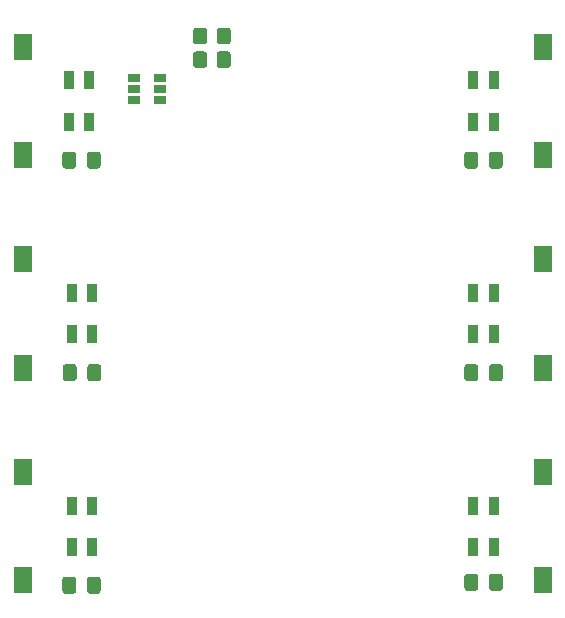
<source format=gbr>
%TF.GenerationSoftware,KiCad,Pcbnew,(5.1.9)-1*%
%TF.CreationDate,2021-04-07T01:06:44+02:00*%
%TF.ProjectId,HB-RC-6-PBU-LED_328,48422d52-432d-4362-9d50-42552d4c4544,rev?*%
%TF.SameCoordinates,Original*%
%TF.FileFunction,Paste,Top*%
%TF.FilePolarity,Positive*%
%FSLAX46Y46*%
G04 Gerber Fmt 4.6, Leading zero omitted, Abs format (unit mm)*
G04 Created by KiCad (PCBNEW (5.1.9)-1) date 2021-04-07 01:06:44*
%MOMM*%
%LPD*%
G01*
G04 APERTURE LIST*
%ADD10R,0.850000X1.600000*%
%ADD11R,1.600000X2.180000*%
%ADD12R,1.060000X0.650000*%
G04 APERTURE END LIST*
D10*
%TO.C,D2*%
X116875000Y-78750000D03*
X118625000Y-78750000D03*
X116875000Y-75250000D03*
X118625000Y-75250000D03*
%TD*%
%TO.C,D3*%
X117125000Y-96750000D03*
X118875000Y-96750000D03*
X117125000Y-93250000D03*
X118875000Y-93250000D03*
%TD*%
D11*
%TO.C,SW7*%
X157000000Y-108410000D03*
X157000000Y-117590000D03*
%TD*%
%TO.C,SW6*%
X157000000Y-99590000D03*
X157000000Y-90410000D03*
%TD*%
%TO.C,SW5*%
X157000000Y-81590000D03*
X157000000Y-72410000D03*
%TD*%
%TO.C,SW4*%
X113000000Y-108410000D03*
X113000000Y-117590000D03*
%TD*%
%TO.C,SW3*%
X113000000Y-99590000D03*
X113000000Y-90410000D03*
%TD*%
%TO.C,SW2*%
X113000000Y-81590000D03*
X113000000Y-72410000D03*
%TD*%
%TO.C,R2*%
G36*
G01*
X129400000Y-73950001D02*
X129400000Y-73049999D01*
G75*
G02*
X129649999Y-72800000I249999J0D01*
G01*
X130350001Y-72800000D01*
G75*
G02*
X130600000Y-73049999I0J-249999D01*
G01*
X130600000Y-73950001D01*
G75*
G02*
X130350001Y-74200000I-249999J0D01*
G01*
X129649999Y-74200000D01*
G75*
G02*
X129400000Y-73950001I0J249999D01*
G01*
G37*
G36*
G01*
X127400000Y-73950001D02*
X127400000Y-73049999D01*
G75*
G02*
X127649999Y-72800000I249999J0D01*
G01*
X128350001Y-72800000D01*
G75*
G02*
X128600000Y-73049999I0J-249999D01*
G01*
X128600000Y-73950001D01*
G75*
G02*
X128350001Y-74200000I-249999J0D01*
G01*
X127649999Y-74200000D01*
G75*
G02*
X127400000Y-73950001I0J249999D01*
G01*
G37*
%TD*%
%TO.C,R1*%
G36*
G01*
X129400000Y-71950001D02*
X129400000Y-71049999D01*
G75*
G02*
X129649999Y-70800000I249999J0D01*
G01*
X130350001Y-70800000D01*
G75*
G02*
X130600000Y-71049999I0J-249999D01*
G01*
X130600000Y-71950001D01*
G75*
G02*
X130350001Y-72200000I-249999J0D01*
G01*
X129649999Y-72200000D01*
G75*
G02*
X129400000Y-71950001I0J249999D01*
G01*
G37*
G36*
G01*
X127400000Y-71950001D02*
X127400000Y-71049999D01*
G75*
G02*
X127649999Y-70800000I249999J0D01*
G01*
X128350001Y-70800000D01*
G75*
G02*
X128600000Y-71049999I0J-249999D01*
G01*
X128600000Y-71950001D01*
G75*
G02*
X128350001Y-72200000I-249999J0D01*
G01*
X127649999Y-72200000D01*
G75*
G02*
X127400000Y-71950001I0J249999D01*
G01*
G37*
%TD*%
D12*
%TO.C,U2*%
X124600000Y-76000000D03*
X124600000Y-75050000D03*
X124600000Y-76950000D03*
X122400000Y-76950000D03*
X122400000Y-76000000D03*
X122400000Y-75050000D03*
%TD*%
D10*
%TO.C,D7*%
X151125000Y-114750000D03*
X152875000Y-114750000D03*
X151125000Y-111250000D03*
X152875000Y-111250000D03*
%TD*%
%TO.C,D6*%
X151125000Y-96750000D03*
X152875000Y-96750000D03*
X151125000Y-93250000D03*
X152875000Y-93250000D03*
%TD*%
%TO.C,D5*%
X151125000Y-78750000D03*
X152875000Y-78750000D03*
X151125000Y-75250000D03*
X152875000Y-75250000D03*
%TD*%
%TO.C,D4*%
X117125000Y-114750000D03*
X118875000Y-114750000D03*
X117125000Y-111250000D03*
X118875000Y-111250000D03*
%TD*%
%TO.C,C6*%
G36*
G01*
X152450000Y-118225000D02*
X152450000Y-117275000D01*
G75*
G02*
X152700000Y-117025000I250000J0D01*
G01*
X153375000Y-117025000D01*
G75*
G02*
X153625000Y-117275000I0J-250000D01*
G01*
X153625000Y-118225000D01*
G75*
G02*
X153375000Y-118475000I-250000J0D01*
G01*
X152700000Y-118475000D01*
G75*
G02*
X152450000Y-118225000I0J250000D01*
G01*
G37*
G36*
G01*
X150375000Y-118225000D02*
X150375000Y-117275000D01*
G75*
G02*
X150625000Y-117025000I250000J0D01*
G01*
X151300000Y-117025000D01*
G75*
G02*
X151550000Y-117275000I0J-250000D01*
G01*
X151550000Y-118225000D01*
G75*
G02*
X151300000Y-118475000I-250000J0D01*
G01*
X150625000Y-118475000D01*
G75*
G02*
X150375000Y-118225000I0J250000D01*
G01*
G37*
%TD*%
%TO.C,C5*%
G36*
G01*
X152450000Y-100475000D02*
X152450000Y-99525000D01*
G75*
G02*
X152700000Y-99275000I250000J0D01*
G01*
X153375000Y-99275000D01*
G75*
G02*
X153625000Y-99525000I0J-250000D01*
G01*
X153625000Y-100475000D01*
G75*
G02*
X153375000Y-100725000I-250000J0D01*
G01*
X152700000Y-100725000D01*
G75*
G02*
X152450000Y-100475000I0J250000D01*
G01*
G37*
G36*
G01*
X150375000Y-100475000D02*
X150375000Y-99525000D01*
G75*
G02*
X150625000Y-99275000I250000J0D01*
G01*
X151300000Y-99275000D01*
G75*
G02*
X151550000Y-99525000I0J-250000D01*
G01*
X151550000Y-100475000D01*
G75*
G02*
X151300000Y-100725000I-250000J0D01*
G01*
X150625000Y-100725000D01*
G75*
G02*
X150375000Y-100475000I0J250000D01*
G01*
G37*
%TD*%
%TO.C,C4*%
G36*
G01*
X152450000Y-82475000D02*
X152450000Y-81525000D01*
G75*
G02*
X152700000Y-81275000I250000J0D01*
G01*
X153375000Y-81275000D01*
G75*
G02*
X153625000Y-81525000I0J-250000D01*
G01*
X153625000Y-82475000D01*
G75*
G02*
X153375000Y-82725000I-250000J0D01*
G01*
X152700000Y-82725000D01*
G75*
G02*
X152450000Y-82475000I0J250000D01*
G01*
G37*
G36*
G01*
X150375000Y-82475000D02*
X150375000Y-81525000D01*
G75*
G02*
X150625000Y-81275000I250000J0D01*
G01*
X151300000Y-81275000D01*
G75*
G02*
X151550000Y-81525000I0J-250000D01*
G01*
X151550000Y-82475000D01*
G75*
G02*
X151300000Y-82725000I-250000J0D01*
G01*
X150625000Y-82725000D01*
G75*
G02*
X150375000Y-82475000I0J250000D01*
G01*
G37*
%TD*%
%TO.C,C3*%
G36*
G01*
X118412500Y-118475000D02*
X118412500Y-117525000D01*
G75*
G02*
X118662500Y-117275000I250000J0D01*
G01*
X119337500Y-117275000D01*
G75*
G02*
X119587500Y-117525000I0J-250000D01*
G01*
X119587500Y-118475000D01*
G75*
G02*
X119337500Y-118725000I-250000J0D01*
G01*
X118662500Y-118725000D01*
G75*
G02*
X118412500Y-118475000I0J250000D01*
G01*
G37*
G36*
G01*
X116337500Y-118475000D02*
X116337500Y-117525000D01*
G75*
G02*
X116587500Y-117275000I250000J0D01*
G01*
X117262500Y-117275000D01*
G75*
G02*
X117512500Y-117525000I0J-250000D01*
G01*
X117512500Y-118475000D01*
G75*
G02*
X117262500Y-118725000I-250000J0D01*
G01*
X116587500Y-118725000D01*
G75*
G02*
X116337500Y-118475000I0J250000D01*
G01*
G37*
%TD*%
%TO.C,C2*%
G36*
G01*
X118450000Y-100475000D02*
X118450000Y-99525000D01*
G75*
G02*
X118700000Y-99275000I250000J0D01*
G01*
X119375000Y-99275000D01*
G75*
G02*
X119625000Y-99525000I0J-250000D01*
G01*
X119625000Y-100475000D01*
G75*
G02*
X119375000Y-100725000I-250000J0D01*
G01*
X118700000Y-100725000D01*
G75*
G02*
X118450000Y-100475000I0J250000D01*
G01*
G37*
G36*
G01*
X116375000Y-100475000D02*
X116375000Y-99525000D01*
G75*
G02*
X116625000Y-99275000I250000J0D01*
G01*
X117300000Y-99275000D01*
G75*
G02*
X117550000Y-99525000I0J-250000D01*
G01*
X117550000Y-100475000D01*
G75*
G02*
X117300000Y-100725000I-250000J0D01*
G01*
X116625000Y-100725000D01*
G75*
G02*
X116375000Y-100475000I0J250000D01*
G01*
G37*
%TD*%
%TO.C,C1*%
G36*
G01*
X118412500Y-82475000D02*
X118412500Y-81525000D01*
G75*
G02*
X118662500Y-81275000I250000J0D01*
G01*
X119337500Y-81275000D01*
G75*
G02*
X119587500Y-81525000I0J-250000D01*
G01*
X119587500Y-82475000D01*
G75*
G02*
X119337500Y-82725000I-250000J0D01*
G01*
X118662500Y-82725000D01*
G75*
G02*
X118412500Y-82475000I0J250000D01*
G01*
G37*
G36*
G01*
X116337500Y-82475000D02*
X116337500Y-81525000D01*
G75*
G02*
X116587500Y-81275000I250000J0D01*
G01*
X117262500Y-81275000D01*
G75*
G02*
X117512500Y-81525000I0J-250000D01*
G01*
X117512500Y-82475000D01*
G75*
G02*
X117262500Y-82725000I-250000J0D01*
G01*
X116587500Y-82725000D01*
G75*
G02*
X116337500Y-82475000I0J250000D01*
G01*
G37*
%TD*%
M02*

</source>
